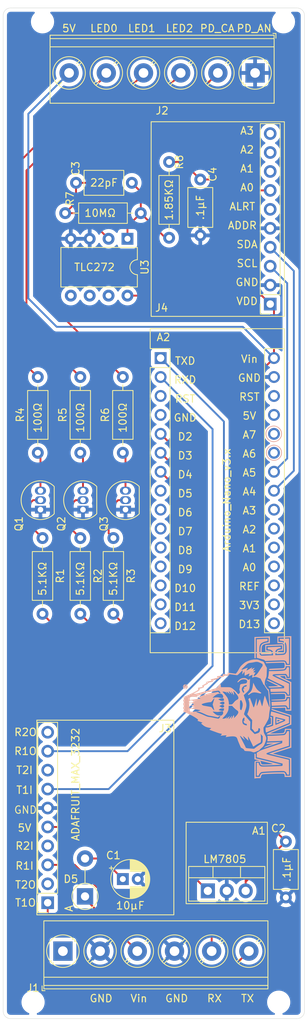
<source format=kicad_pcb>
(kicad_pcb (version 20211014) (generator pcbnew)
  (layers (0 "F.Cu" signal) (31 "B.Cu" signal) (34 "B.Paste" user) (35 "F.Paste" user) (36 "B.SilkS" user "B.Silkscreen") (37 "F.SilkS" user "F.Silkscreen") (38 "B.Mask" user) (39 "F.Mask" user) (44 "Edge.Cuts" user))
  (net 0 "")
  (net 2 "GND")
  (net 3 "/Vin")
  (net 4 "/Rx")
  (net 5 "/Tx")
  (net 6 "Net-(J2-Pad2)")
  (net 7 "Net-(J2-Pad3)")
  (net 8 "/LED1")
  (net 9 "/LED0")
  (net 10 "/5V")
  (net 11 "Net-(Q1-Pad2)")
  (net 12 "Net-(A2-Pad5)")
  (net 13 "Net-(Q2-Pad2)")
  (net 14 "Net-(A2-Pad6)")
  (net 15 "Net-(Q3-Pad2)")
  (net 16 "Net-(A2-Pad7)")
  (net 17 "Net-(Q1-Pad3)")
  (net 18 "Net-(Q2-Pad3)")
  (net 19 "Net-(Q3-Pad3)")
  (net 20 "Net-(C3-Pad2)")
  (net 21 "Net-(C4-Pad1)")
  (net 22 "Net-(A1-Pad1)")
  (net 23 "Net-(A2-Pad1)")
  (net 24 "Net-(A2-Pad2)")
  (net 42 "Net-(A2-Pad23)")
  (net 43 "Net-(A2-Pad24)")
  (footprint "Package_DIP:DIP-8_W7.62mm" (layer "F.Cu") (at 45.71 75.448 -90)
    (fp_text reference "U3" (at 3.81 -2.33 90) (layer "F.SilkS"))
    (fp_text value "TLC272" (at 3.81 4.435) (layer "F.SilkS"))
    (pad "1" thru_hole rect (at 0 0 270) (size 1.6 1.6) (drill 0.8) (layers *.Cu *.Mask) (net 20 "Net-(C3-Pad2)"))
    (pad "2" thru_hole oval (at 0 2.54 270) (size 1.6 1.6) (drill 0.8) (layers *.Cu *.Mask) (net 6 "Net-(J2-Pad2)"))
    (pad "3" thru_hole oval (at 0 5.08 270) (size 1.6 1.6) (drill 0.8) (layers *.Cu *.Mask) (net 2 "GND"))
    (pad "4" thru_hole oval (at 0 7.62 270) (size 1.6 1.6) (drill 0.8) (layers *.Cu *.Mask) (net 2 "GND"))
    (pad "5" thru_hole oval (at 7.62 7.62 270) (size 1.6 1.6) (drill 0.8) (layers *.Cu *.Mask))
    (pad "6" thru_hole oval (at 7.62 5.08 270) (size 1.6 1.6) (drill 0.8) (layers *.Cu *.Mask))
    (pad "7" thru_hole oval (at 7.62 2.54 270) (size 1.6 1.6) (drill 0.8) (layers *.Cu *.Mask))
    (pad "8" thru_hole oval (at 7.62 0 270) (size 1.6 1.6) (drill 0.8) (layers *.Cu *.Mask) (net 10 "/5V"))
  )
  (footprint "Connector_PinSocket_2.54mm:PinSocket_1x10_P2.54mm_Vertical" (layer "F.Cu") (at 34.985 164.465 180)
    (fp_text reference "J3" (at -15.815 23.368) (layer "F.SilkS"))
    (fp_text value "ADAFRUIT_MAX_3232" (at -3.75 15.875 90) (layer "F.SilkS"))
    (pad "1" thru_hole rect (at 0 0 180) (size 1.7 1.7) (drill 1) (layers *.Cu *.Mask) (net 5 "/Tx"))
    (pad "2" thru_hole oval (at 0 2.54 180) (size 1.7 1.7) (drill 1) (layers *.Cu *.Mask))
    (pad "3" thru_hole oval (at 0 5.08 180) (size 1.7 1.7) (drill 1) (layers *.Cu *.Mask) (net 4 "/Rx"))
    (pad "4" thru_hole oval (at 0 7.62 180) (size 1.7 1.7) (drill 1) (layers *.Cu *.Mask))
    (pad "5" thru_hole oval (at 0 10.16 180) (size 1.7 1.7) (drill 1) (layers *.Cu *.Mask) (net 10 "/5V"))
    (pad "6" thru_hole oval (at 0 12.7 180) (size 1.7 1.7) (drill 1) (layers *.Cu *.Mask) (net 2 "GND"))
    (pad "7" thru_hole oval (at 0 15.24 180) (size 1.7 1.7) (drill 1) (layers *.Cu *.Mask) (net 23 "Net-(A2-Pad1)"))
    (pad "8" thru_hole oval (at 0 17.78 180) (size 1.7 1.7) (drill 1) (layers *.Cu *.Mask))
    (pad "9" thru_hole oval (at 0 20.32 180) (size 1.7 1.7) (drill 1) (layers *.Cu *.Mask) (net 24 "Net-(A2-Pad2)"))
    (pad "10" thru_hole oval (at 0 22.86 180) (size 1.7 1.7) (drill 1) (layers *.Cu *.Mask))
  )
  (footprint "Package_TO_SOT_THT:TO-220-3_Vertical" (layer "F.Cu") (at 56.515 162.87)
    (fp_text reference "A1" (at 6.858 -8.057) (layer "F.SilkS"))
    (fp_text value "LM7805" (at 2.286 -4.247) (layer "F.SilkS"))
    (pad "1" thru_hole rect (at 0 0) (size 1.905 2) (drill 1.1) (layers *.Cu *.Mask) (net 22 "Net-(A1-Pad1)"))
    (pad "2" thru_hole oval (at 2.54 0) (size 1.905 2) (drill 1.1) (layers *.Cu *.Mask) (net 2 "GND"))
    (pad "3" thru_hole oval (at 5.08 0) (size 1.905 2) (drill 1.1) (layers *.Cu *.Mask) (net 10 "/5V"))
  )
  (footprint "Resistor_THT:R_Axial_DIN0207_L6.3mm_D2.5mm_P10.16mm_Horizontal" (layer "F.Cu") (at 34.29 115.57 -90)
    (fp_text reference "R1" (at 5.08 -2.37 90) (layer "F.SilkS"))
    (fp_text value "5.1KΩ " (at 5.08 0 90) (layer "F.SilkS"))
    (pad "1" thru_hole circle (at 0 0 270) (size 1.6 1.6) (drill 0.8) (layers *.Cu *.Mask) (net 11 "Net-(Q1-Pad2)"))
    (pad "2" thru_hole oval (at 10.16 0 270) (size 1.6 1.6) (drill 0.8) (layers *.Cu *.Mask) (net 12 "Net-(A2-Pad5)"))
  )
  (footprint "Resistor_THT:R_Axial_DIN0207_L6.3mm_D2.5mm_P10.16mm_Horizontal" (layer "F.Cu") (at 43.815 115.57 -90)
    (fp_text reference "R3" (at 5.08 -2.37 90) (layer "F.SilkS"))
    (fp_text value "5.1KΩ " (at 5.08 0 90) (layer "F.SilkS"))
    (pad "1" thru_hole circle (at 0 0 270) (size 1.6 1.6) (drill 0.8) (layers *.Cu *.Mask) (net 15 "Net-(Q3-Pad2)"))
    (pad "2" thru_hole oval (at 10.16 0 270) (size 1.6 1.6) (drill 0.8) (layers *.Cu *.Mask) (net 16 "Net-(A2-Pad7)"))
  )
  (footprint "" (layer "F.Cu") (at 66.04 177.8)
    (fp_text reference "" (at 0 0) (layer "F.SilkS") (effects (font (size 1.27 1.27))))
    (fp_text value "" (at 0 0) (layer "F.SilkS") (effects (font (size 1.27 1.27))))
    (pad "" np_thru_hole circle (at 0 0) (size 2.1 2.1) (drill 2.1) (layers *.Cu *.Mask))
  )
  (footprint "Resistor_THT:R_Axial_DIN0207_L6.3mm_D2.5mm_P10.16mm_Horizontal" (layer "F.Cu") (at 47.498 72.009 180)
    (fp_text reference "R7" (at 9.515 1.915 90) (layer "F.SilkS"))
    (fp_text value "10MΩ " (at 5.08 0.01) (layer "F.SilkS"))
    (pad "1" thru_hole circle (at 0 0 180) (size 1.6 1.6) (drill 0.8) (layers *.Cu *.Mask) (net 20 "Net-(C3-Pad2)"))
    (pad "2" thru_hole oval (at 10.16 0 180) (size 1.6 1.6) (drill 0.8) (layers *.Cu *.Mask) (net 6 "Net-(J2-Pad2)"))
  )
  (footprint "Resistor_THT:R_Axial_DIN0207_L6.3mm_D2.5mm_P10.16mm_Horizontal" (layer "F.Cu") (at 51.308 75.311 90)
    (fp_text reference "R8" (at 10.15 1.37 90) (layer "F.SilkS"))
    (fp_text value "1.85KΩ" (at 5.07 -0.01 90) (layer "F.SilkS"))
    (pad "1" thru_hole circle (at 0 0 90) (size 1.6 1.6) (drill 0.8) (layers *.Cu *.Mask) (net 20 "Net-(C3-Pad2)"))
    (pad "2" thru_hole oval (at 10.16 0 90) (size 1.6 1.6) (drill 0.8) (layers *.Cu *.Mask) (net 21 "Net-(C4-Pad1)"))
  )
  (footprint "Capacitor_THT:C_Axial_L5.1mm_D3.1mm_P7.50mm_Horizontal" (layer "F.Cu") (at 38.795 67.945)
    (fp_text reference "C3" (at -0.05 -1.915 90) (layer "F.SilkS"))
    (fp_text value "22pF" (at 3.75 -0.01) (layer "F.SilkS"))
    (pad "1" thru_hole circle (at 0 0) (size 1.6 1.6) (drill 0.8) (layers *.Cu *.Mask) (net 6 "Net-(J2-Pad2)"))
    (pad "2" thru_hole oval (at 7.5 0) (size 1.6 1.6) (drill 0.8) (layers *.Cu *.Mask) (net 20 "Net-(C3-Pad2)"))
  )
  (footprint "Capacitor_THT:CP_Radial_D5.0mm_P2.00mm" (layer "F.Cu") (at 45.085 161.29)
    (fp_text reference "C1" (at -1.27 -3.175) (layer "F.SilkS"))
    (fp_text value "10µF" (at 1 3.556) (layer "F.SilkS"))
    (pad "1" thru_hole rect (at 0 0) (size 1.6 1.6) (drill 0.8) (layers *.Cu *.Mask) (net 22 "Net-(A1-Pad1)"))
    (pad "2" thru_hole circle (at 2 0) (size 1.6 1.6) (drill 0.8) (layers *.Cu *.Mask) (net 2 "GND"))
  )
  (footprint "Resistor_THT:R_Axial_DIN0207_L6.3mm_D2.5mm_P10.16mm_Horizontal" (layer "F.Cu") (at 45.085 104.14 90)
    (fp_text reference "R6" (at 5.08 -2.37 90) (layer "F.SilkS"))
    (fp_text value "100Ω " (at 5.08 0 90) (layer "F.SilkS"))
    (pad "1" thru_hole circle (at 0 0 90) (size 1.6 1.6) (drill 0.8) (layers *.Cu *.Mask) (net 19 "Net-(Q3-Pad3)"))
    (pad "2" thru_hole oval (at 10.16 0 90) (size 1.6 1.6) (drill 0.8) (layers *.Cu *.Mask) (net 7 "Net-(J2-Pad3)"))
  )
  (footprint "" (layer "F.Cu") (at 66.675 46.355)
    (fp_text reference "" (at 0 0) (layer "F.SilkS") (effects (font (size 1.27 1.27))))
    (fp_text value "" (at 0 0) (layer "F.SilkS") (effects (font (size 1.27 1.27))))
    (pad "" np_thru_hole circle (at 0 0) (size 2.1 2.1) (drill 2.1) (layers *.Cu *.Mask))
  )
  (footprint "Package_TO_SOT_THT:TO-92_Inline" (layer "F.Cu") (at 34.015 111.76 90)
    (fp_text reference "Q1" (at -1.905 -2.9 90) (layer "F.SilkS"))
    (fp_text value "2N3904")
    (pad "1" thru_hole rect (at 0 0 90) (size 1.05 1.5) (drill 0.75) (layers *.Cu *.Mask) (net 2 "GND"))
    (pad "2" thru_hole oval (at 1.27 0 90) (size 1.05 1.5) (drill 0.75) (layers *.Cu *.Mask) (net 11 "Net-(Q1-Pad2)"))
    (pad "3" thru_hole oval (at 2.54 0 90) (size 1.05 1.5) (drill 0.75) (layers *.Cu *.Mask) (net 17 "Net-(Q1-Pad3)"))
  )
  (footprint "" (layer "F.Cu") (at 33.02 177.8)
    (fp_text reference "" (at 0 0) (layer "F.SilkS") (effects (font (size 1.27 1.27))))
    (fp_text value "" (at 0 0) (layer "F.SilkS") (effects (font (size 1.27 1.27))))
    (pad "" np_thru_hole circle (at 0 0) (size 2.1 2.1) (drill 2.1) (layers *.Cu *.Mask))
  )
  (footprint "Resistor_THT:R_Axial_DIN0207_L6.3mm_D2.5mm_P10.16mm_Horizontal" (layer "F.Cu") (at 39.37 104.14 90)
    (fp_text reference "R5" (at 5.08 -2.37 90) (layer "F.SilkS"))
    (fp_text value "100Ω " (at 5.08 0 90) (layer "F.SilkS"))
    (pad "1" thru_hole circle (at 0 0 90) (size 1.6 1.6) (drill 0.8) (layers *.Cu *.Mask) (net 18 "Net-(Q2-Pad3)"))
    (pad "2" thru_hole oval (at 10.16 0 90) (size 1.6 1.6) (drill 0.8) (layers *.Cu *.Mask) (net 8 "/LED1"))
  )
  (footprint "Diode_THT:D_DO-41_SOD81_P5.08mm_Vertical_AnodeUp" (layer "F.Cu") (at 40.005 163.612183 90)
    (fp_text reference "D5" (at 2.322183 -1.905) (layer "F.SilkS"))
    (fp_text value "DIODE")
    (fp_text user "A" (at -1.614817 -2.159 90) (layer "F.SilkS"))
    (pad "1" thru_hole rect (at 0 0 90) (size 2.2 2.2) (drill 1.1) (layers *.Cu *.Mask) (net 3 "/Vin"))
    (pad "2" thru_hole oval (at 5.08 0 90) (size 2.2 2.2) (drill 1.1) (layers *.Cu *.Mask) (net 22 "Net-(A1-Pad1)"))
  )
  (footprint "Package_TO_SOT_THT:TO-92_Inline" (layer "F.Cu") (at 45.445 111.76 90)
    (fp_text reference "Q3" (at -1.905 -2.9 90) (layer "F.SilkS"))
    (fp_text value "2N3904")
    (pad "1" thru_hole rect (at 0 0 90) (size 1.05 1.5) (drill 0.75) (layers *.Cu *.Mask) (net 2 "GND"))
    (pad "2" thru_hole oval (at 1.27 0 90) (size 1.05 1.5) (drill 0.75) (layers *.Cu *.Mask) (net 15 "Net-(Q3-Pad2)"))
    (pad "3" thru_hole oval (at 2.54 0 90) (size 1.05 1.5) (drill 0.75) (layers *.Cu *.Mask) (net 19 "Net-(Q3-Pad3)"))
  )
  (footprint "Package_TO_SOT_THT:TO-92_Inline" (layer "F.Cu") (at 39.73 111.76 90)
    (fp_text reference "Q2" (at -1.905 -2.9 90) (layer "F.SilkS"))
    (fp_text value "2N3904")
    (pad "1" thru_hole rect (at 0 0 90) (size 1.05 1.5) (drill 0.75) (layers *.Cu *.Mask) (net 2 "GND"))
    (pad "2" thru_hole oval (at 1.27 0 90) (size 1.05 1.5) (drill 0.75) (layers *.Cu *.Mask) (net 13 "Net-(Q2-Pad2)"))
    (pad "3" thru_hole oval (at 2.54 0 90) (size 1.05 1.5) (drill 0.75) (layers *.Cu *.Mask) (net 18 "Net-(Q2-Pad3)"))
  )
  (footprint "Resistor_THT:R_Axial_DIN0207_L6.3mm_D2.5mm_P10.16mm_Horizontal" (layer "F.Cu") (at 39.37 115.57 -90)
    (fp_text reference "R2" (at 5.08 -2.37 90) (layer "F.SilkS"))
    (fp_text value "5.1KΩ " (at 5.08 0 90) (layer "F.SilkS"))
    (pad "1" thru_hole circle (at 0 0 270) (size 1.6 1.6) (drill 0.8) (layers *.Cu *.Mask) (net 13 "Net-(Q2-Pad2)"))
    (pad "2" thru_hole oval (at 10.16 0 270) (size 1.6 1.6) (drill 0.8) (layers *.Cu *.Mask) (net 14 "Net-(A2-Pad6)"))
  )
  (footprint "Resistor_THT:R_Axial_DIN0207_L6.3mm_D2.5mm_P10.16mm_Horizontal" (layer "F.Cu") (at 33.655 104.14 90)
    (fp_text reference "R4" (at 5.08 -2.37 90) (layer "F.SilkS"))
    (fp_text value "100Ω " (at 5.08 0 90) (layer "F.SilkS"))
    (pad "1" thru_hole circle (at 0 0 90) (size 1.6 1.6) (drill 0.8) (layers *.Cu *.Mask) (net 17 "Net-(Q1-Pad3)"))
    (pad "2" thru_hole oval (at 10.16 0 90) (size 1.6 1.6) (drill 0.8) (layers *.Cu *.Mask) (net 9 "/LED0"))
  )
  (footprint "Connector_PinSocket_2.54mm:PinSocket_1x10_P2.54mm_Vertical" (layer "F.Cu") (at 64.897 84.201 180)
    (fp_text reference "J4" (at 14.605 -0.508) (layer "F.SilkS"))
    (fp_text value "ADS1115")
    (pad "1" thru_hole rect (at 0 0 180) (size 1.7 1.7) (drill 1) (layers *.Cu *.Mask) (net 10 "/5V"))
    (pad "2" thru_hole oval (at 0 2.54 180) (size 1.7 1.7) (drill 1) (layers *.Cu *.Mask) (net 2 "GND"))
    (pad "3" thru_hole oval (at 0 5.08 180) (size 1.7 1.7) (drill 1) (layers *.Cu *.Mask) (net 43 "Net-(A2-Pad24)"))
    (pad "4" thru_hole oval (at 0 7.62 180) (size 1.7 1.7) (drill 1) (layers *.Cu *.Mask) (net 42 "Net-(A2-Pad23)"))
    (pad "5" thru_hole oval (at 0 10.16 180) (size 1.7 1.7) (drill 1) (layers *.Cu *.Mask) (net 2 "GND"))
    (pad "6" thru_hole oval (at 0 12.7 180) (size 1.7 1.7) (drill 1) (layers *.Cu *.Mask))
    (pad "7" thru_hole oval (at 0 15.24 180) (size 1.7 1.7) (drill 1) (layers *.Cu *.Mask) (net 21 "Net-(C4-Pad1)"))
    (pad "8" thru_hole oval (at 0 17.78 180) (size 1.7 1.7) (drill 1) (layers *.Cu *.Mask))
    (pad "9" thru_hole oval (at 0 20.32 180) (size 1.7 1.7) (drill 1) (layers *.Cu *.Mask))
    (pad "10" thru_hole oval (at 0 22.86 180) (size 1.7 1.7) (drill 1) (layers *.Cu *.Mask))
  )
  (footprint "Capacitor_THT:C_Axial_L5.1mm_D3.1mm_P7.50mm_Horizontal" (layer "F.Cu") (at 67 163.75 90)
    (fp_text reference "C2" (at 9.25 -1 180) (layer "F.SilkS"))
    (fp_text value ".1µF" (at 3.75 0.127 90) (layer "F.SilkS"))
    (pad "1" thru_hole circle (at 0 0 90) (size 1.6 1.6) (drill 0.8) (layers *.Cu *.Mask) (net 2 "GND"))
    (pad "2" thru_hole oval (at 7.5 0 90) (size 1.6 1.6) (drill 0.8) (layers *.Cu *.Mask) (net 10 "/5V"))
  )
  (footprint "Module:Arduino_Nano" (layer "F.Cu") (at 50.165 91.44)
    (fp_text reference "A2" (at 0.381 -2.794) (layer "F.SilkS"))
    (fp_text value "Arduino_Nano_v3.x" (at 8.89 19.05 90) (layer "F.SilkS"))
    (pad "1" thru_hole rect (at 0 0) (size 1.6 1.6) (drill 1) (layers *.Cu *.Mask) (net 23 "Net-(A2-Pad1)"))
    (pad "2" thru_hole oval (at 0 2.54) (size 1.6 1.6) (drill 1) (layers *.Cu *.Mask) (net 24 "Net-(A2-Pad2)"))
    (pad "3" thru_hole oval (at 0 5.08) (size 1.6 1.6) (drill 1) (layers *.Cu *.Mask))
    (pad "4" thru_hole oval (at 0 7.62) (size 1.6 1.6) (drill 1) (layers *.Cu *.Mask))
    (pad "5" thru_hole oval (at 0 10.16) (size 1.6 1.6) (drill 1) (layers *.Cu *.Mask) (net 12 "Net-(A2-Pad5)"))
    (pad "6" thru_hole oval (at 0 12.7) (size 1.6 1.6) (drill 1) (layers *.Cu *.Mask) (net 14 "Net-(A2-Pad6)"))
    (pad "7" thru_hole oval (at 0 15.24) (size 1.6 1.6) (drill 1) (layers *.Cu *.Mask) (net 16 "Net-(A2-Pad7)"))
    (pad "8" thru_hole oval (at 0 17.78) (size 1.6 1.6) (drill 1) (layers *.Cu *.Mask))
    (pad "9" thru_hole oval (at 0 20.32) (size 1.6 1.6) (drill 1) (layers *.Cu *.Mask))
    (pad "10" thru_hole oval (at 0 22.86) (size 1.6 1.6) (drill 1) (layers *.Cu *.Mask))
    (pad "11" thru_hole oval (at 0 25.4) (size 1.6 1.6) (drill 1) (layers *.Cu *.Mask))
    (pad "12" thru_hole oval (at 0 27.94) (size 1.6 1.6) (drill 1) (layers *.Cu *.Mask))
    (pad "13" thru_hole oval (at 0 30.48) (size 1.6 1.6) (drill 1) (layers *.Cu *.Mask))
    (pad "14" thru_hole oval (at 0 33.02) (size 1.6 1.6) (drill 1) (layers *.Cu *.Mask))
    (pad "15" thru_hole oval (at 0 35.56) (size 1.6 1.6) (drill 1) (layers *.Cu *.Mask))
    (pad "16" thru_hole oval (at 15.24 35.56) (size 1.6 1.6) (drill 1) (layers *.Cu *.Mask))
    (pad "17" thru_hole oval (at 15.24 33.02) (size 1.6 1.6) (drill 1) (layers *.Cu *.Mask))
    (pad "18" thru_hole oval (at 15.24 30.48) (size 1.6 1.6) (drill 1) (layers *.Cu *.Mask))
    (pad "19" thru_hole oval (at 15.24 27.94) (size 1.6 1.6) (drill 1) (layers *.Cu *.Mask))
    (pad "20" thru_hole oval (at 15.24 25.4) (size 1.6 1.6) (drill 1) (layers *.Cu *.Mask))
    (pad "21" thru_hole oval (at 15.24 22.86) (size 1.6 1.6) (drill 1) (layers *.Cu *.Mask))
    (pad "22" thru_hole oval (at 15.24 20.32) (size 1.6 1.6) (drill 1) (layers *.Cu *.Mask))
    (pad "23" thru_hole oval (at 15.24 17.78) (size 1.6 1.6) (drill 1) (layers *.Cu *.Mask) (net 42 "Net-(A2-Pad23)"))
    (pad "24" thru_hole oval (at 15.24 15.24) (size 1.6 1.6) (drill 1) (layers *.Cu *.Mask) (net 43 "Net-(A2-Pad24)"))
    (pad "25" thru_hole oval (at 15.24 12.7) (size 1.6 1.6) (drill 1) (layers *.Cu *.Mask))
    (pad "26" thru_hole oval (at 15.24 10.16) (size 1.6 1.6) (drill 1) (layers *.Cu *.Mask))
    (pad "27" thru_hole oval (at 15.24 7.62) (size 1.6 1.6) (drill 1) (layers *.Cu *.Mask))
    (pad "28" thru_hole oval (at 15.24 5.08) (size 1.6 1.6) (drill 1) (layers *.Cu *.Mask))
    (pad "29" thru_hole oval (at 15.24 2.54) (size 1.6 1.6) (drill 1) (layers *.Cu *.Mask) (net 2 "GND"))
    (pad "30" thru_hole oval (at 15.24 0) (size 1.6 1.6) (drill 1) (layers *.Cu *.Mask) (net 10 "/5V"))
  )
  (footprint "TerminalBlock_Phoenix:TerminalBlock_Phoenix_PT-1,5-6-5.0-H_1x06_P5.00mm_Horizontal" (layer "F.Cu") (at 37.03 170.95)
    (fp_text reference "J1" (at -4.01 4.945) (layer "F.SilkS"))
    (fp_text value "Screw_Terminal_01x06")
    (pad "1" thru_hole rect (at 0 0) (size 2.6 2.6) (drill 1.3) (layers *.Cu *.Mask))
    (pad "2" thru_hole circle (at 5 0) (size 2.6 2.6) (drill 1.3) (layers *.Cu *.Mask) (net 2 "GND"))
    (pad "3" thru_hole circle (at 10 0) (size 2.6 2.6) (drill 1.3) (layers *.Cu *.Mask) (net 3 "/Vin"))
    (pad "4" thru_hole circle (at 15 0) (size 2.6 2.6) (drill 1.3) (layers *.Cu *.Mask) (net 2 "GND"))
    (pad "5" thru_hole circle (at 20 0) (size 2.6 2.6) (drill 1.3) (layers *.Cu *.Mask) (net 4 "/Rx"))
    (pad "6" thru_hole circle (at 25 0) (size 2.6 2.6) (drill 1.3) (layers *.Cu *.Mask) (net 5 "/Tx"))
  )
  (footprint "Capacitor_THT:C_Axial_L5.1mm_D3.1mm_P7.50mm_Horizontal" (layer "F.Cu") (at 55.499 67.497 -90)
    (fp_text reference "C4" (at -0.695 -1.67 90) (layer "F.SilkS"))
    (fp_text value ".1µF" (at 3.75 0 90) (layer "F.SilkS"))
    (pad "1" thru_hole circle (at 0 0 270) (size 1.6 1.6) (drill 0.8) (layers *.Cu *.Mask) (net 21 "Net-(C4-Pad1)"))
    (pad "2" thru_hole oval (at 7.5 0 270) (size 1.6 1.6) (drill 0.8) (layers *.Cu *.Mask) (net 2 "GND"))
  )
  (footprint "" (layer "F.Cu") (at 34.29 46.355)
    (fp_text reference "" (at 0 0) (layer "F.SilkS") (effects (font (size 1.27 1.27))))
    (fp_text value "" (at 0 0) (layer "F.SilkS") (effects (font (size 1.27 1.27))))
    (pad "" np_thru_hole circle (at 0 0) (size 2.1 2.1) (drill 2.1) (layers *.Cu *.Mask))
  )
  (footprint "TerminalBlock_Phoenix:TerminalBlock_Phoenix_PT-1,5-6-5.0-H_1x06_P5.00mm_Horizontal" (layer "F.Cu") (at 62.865 53.213 180)
    (fp_text reference "J2" (at 12.5 -5.06) (layer "F.SilkS"))
    (fp_text value "Screw_Terminal_01x06")
    (pad "1" thru_hole rect (at 0 0 180) (size 2.6 2.6) (drill 1.3) (layers *.Cu *.Mask) (net 2 "GND"))
    (pad "2" thru_hole circle (at 5 0 180) (size 2.6 2.6) (drill 1.3) (layers *.Cu *.Mask) (net 6 "Net-(J2-Pad2)"))
    (pad "3" thru_hole circle (at 10 0 180) (size 2.6 2.6) (drill 1.3) (layers *.Cu *.Mask) (net 7 "Net-(J2-Pad3)"))
    (pad "4" thru_hole circle (at 15 0 180) (size 2.6 2.6) (drill 1.3) (layers *.Cu *.Mask) (net 8 "/LED1"))
    (pad "5" thru_hole circle (at 20 0 180) (size 2.6 2.6) (drill 1.3) (layers *.Cu *.Mask) (net 9 "/LED0"))
    (pad "6" thru_hole circle (at 25 0 180) (size 2.6 2.6) (drill 1.3) (layers *.Cu *.Mask) (net 10 "/5V"))
  )
  (footprint "footprints:Untitled" (layer "B.Cu") (at 60.452 138.303 90)
    (fp_text reference "G***")
    (fp_text value "LOGO" hide)
  )
  (gr_circle (center 65.405 104.132967) (end 66.421 104.14) (layer "B.SilkS") (width 0.12) (fill none))
  (gr_circle (center 65.373732 101.6) (end 66.389732 101.346) (layer "B.SilkS") (width 0.12) (fill none))
  (gr_rect (start 51.943 166.0825) (end 33.528 139.9875) (layer "F.SilkS") (width 0.12) (fill none))
  (gr_rect (start 53.594 164.592) (end 64.516 153.67) (layer "F.SilkS") (width 0.12) (fill none))
  (gr_rect (start 48.895 85.852) (end 66.802 59.757) (layer "F.SilkS") (width 0.12) (fill none))
  (gr_arc (start 29 45.5) (mid 29.292893 44.792893) (end 30 44.5) (layer "Edge.Cuts") (width 0.05))
  (gr_line (start 68.5 44.5) (end 30 44.5) (layer "Edge.Cuts") (width 0.05))
  (gr_line (start 69.5 179) (end 69.5 45.5) (layer "Edge.Cuts") (width 0.05))
  (gr_arc (start 68.5 44.5) (mid 69.207107 44.792893) (end 69.5 45.5) (layer "Edge.Cuts") (width 0.05))
  (gr_line (start 29 45.5) (end 29 179) (layer "Edge.Cuts") (width 0.05))
  (gr_arc (start 30 180) (mid 29.292893 179.707107) (end 29 179) (layer "Edge.Cuts") (width 0.05))
  (gr_arc (start 69.5 179) (mid 69.207107 179.707107) (end 68.5 180) (layer "Edge.Cuts") (width 0.05))
  (gr_line (start 30 180) (end 68.5 180) (layer "Edge.Cuts") (width 0.05))
  (gr_text "ADDR" (at 61.150496 73.66) (layer "F.SilkS") (effects (font (size 1 1))))
  (gr_text "TX" (at 61.849 177.292) (layer "F.SilkS") (effects (font (size 1 1))))
  (gr_text "D8" (at 53.467 117.221) (layer "F.SilkS") (effects (font (size 1 1))))
  (gr_text "TXD" (at 53.467 91.821) (layer "F.SilkS") (effects (font (size 1 1))))
  (gr_text "SDA" (at 61.785496 76.2) (layer "F.SilkS") (effects (font (size 1 1))))
  (gr_text "D5" (at 53.467 109.601) (layer "F.SilkS") (effects (font (size 1 1))))
  (gr_text "A1" (at 62.103 116.967) (layer "F.SilkS") (effects (font (size 1 1))))
  (gr_text "D7" (at 53.467 114.681) (layer "F.SilkS") (effects (font (size 1 1))))
  (gr_text "LED0" (at 42.545 47.244) (layer "F.SilkS") (effects (font (size 1 1))))
  (gr_text "A5" (at 62.103 106.807) (layer "F.SilkS") (effects (font (size 1 1))))
  (gr_text "A0" (at 62.103 119.507) (layer "F.SilkS") (effects (font (size 1 1))))
  (gr_text "A7" (at 62.103 101.727) (layer "F.SilkS") (effects (font (size 1 1))))
  (gr_text "LED2" (at 52.705 47.244) (layer "F.SilkS") (effects (font (size 1 1))))
  (gr_text "GND" (at 52.324 177.292) (layer "F.SilkS") (effects (font (size 1 1))))
  (gr_text "R1O" (at 32.004 144.145) (layer "F.SilkS") (effects (font (size 1 1))))
  (gr_text "A2" (at 61.785496 63.5) (layer "F.SilkS") (effects (font (size 1 1))))
  (gr_text "VDD" (at 61.785496 83.82) (layer "F.SilkS") (effects (font (size 1 1))))
  (gr_text "RX" (at 57.404 177.292) (layer "F.SilkS") (effects (font (size 1 1))))
  (gr_text "GND" (at 61.785496 81.28) (layer "F.SilkS") (effects (font (size 1 1))))
  (gr_text "A6" (at 62.103 104.267) (layer "F.SilkS") (effects (font (size 1 1))))
  (gr_text "PD_AN" (at 62.738 47.244) (layer "F.SilkS") (effects (font (size 1 1))))
  (gr_text "5V" (at 31.877 154.432) (layer "F.SilkS") (effects (font (size 1 1))))
  (gr_text "GND" (at 42.164 177.292) (layer "F.SilkS") (effects (font (size 1 1))))
  (gr_text "R1I" (at 31.877 159.512) (layer "F.SilkS") (effects (font (size 1 1))))
  (gr_text "GND" (at 53.467 99.441) (layer "F.SilkS") (effects (font (size 1 1))))
  (gr_text "5V" (at 37.846 47.244) (layer "F.SilkS") (effects (font (size 1 1))))
  (gr_text "Vin" (at 62.103 91.567) (layer "F.SilkS") (effects (font (size 1 1))))
  (gr_text "A0" (at 61.785496 68.58) (layer "F.SilkS") (effects (font (size 1 1))))
  (gr_text "D3" (at 53.467 104.521) (layer "F.SilkS") (effects (font (size 1 1))))
  (gr_text "A3" (at 62.103 111.887) (layer "F.SilkS") (effects (font (size 1 1))))
  (gr_text "R2O" (at 32.004 141.605) (layer "F.SilkS") (effects (font (size 1 1))))
  (gr_text "D12" (at 53.467 127.381) (layer "F.SilkS") (effects (font (size 1 1))))
  (gr_text "GND" (at 32.004 152.019) (layer "F.SilkS") (effects (font (size 1 1) (thickness 0.13))))
  (gr_text "GND" (at 62.103 94.107) (layer "F.SilkS") (effects (font (size 1 1))))
  (gr_text "A4" (at 62.103 109.347) (layer "F.SilkS") (effects (font (size 1 1))))
  (gr_text "D11" (at 53.467 124.841) (layer "F.SilkS") (effects (font (size 1 1))))
  (gr_text "RST" (at 53.467 96.901) (layer "F.SilkS") (effects (font (size 1 1))))
  (gr_text "PD_CA" (at 57.785 47.244) (layer "F.SilkS") (effects (font (size 1 1))))
  (gr_text "T2O" (at 32.004 162.052) (layer "F.SilkS") (effects (font (size 1 1))))
  (gr_text "T1I" (at 31.877 149.352) (layer "F.SilkS") (effects (font (size 1 1))))
  (gr_text "D2" (at 53.467 101.981) (layer "F.SilkS") (effects (font (size 1 1))))
  (gr_text "3V3" (at 62.103 124.587) (layer "F.SilkS") (effects (font (size 1 1))))
  (gr_text "RXD\n" (at 53.467 94.361) (layer "F.SilkS") (effects (font (size 1 1))))
  (gr_text "LED1" (at 47.625 47.244) (layer "F.SilkS") (effects (font (size 1 1))))
  (gr_text "SCL\n" (at 61.785496 78.74) (layer "F.SilkS") (effects (font (size 1 1))))
  (gr_text "RST" (at 62.103 96.647) (layer "F.SilkS") (effects (font (size 1 1))))
  (gr_text "ALRT\n" (at 61.150496 71.12) (layer "F.SilkS") (effects (font (size 1 1))))
  (gr_text "D6" (at 53.467 112.141) (layer "F.SilkS") (effects (font (size 1 1))))
  (gr_text "D4" (at 53.467 107.061) (layer "F.SilkS") (effects (font (size 1 1))))
  (gr_text "A3" (at 61.785496 60.96) (layer "F.SilkS") (effects (font (size 1 1))))
  (gr_text "REF" (at 62.103 122.047) (layer "F.SilkS") (effects (font (size 1 1))))
  (gr_text "D13" (at 62.103 127.127) (layer "F.SilkS") (effects (font (size 1 1))))
  (gr_text "D9" (at 53.467 119.761) (layer "F.SilkS") (effects (font (size 1 1))))
  (gr_text "5V" (at 62.103 99.187) (layer "F.SilkS") (effects (font (size 1 1))))
  (gr_text "Vin" (at 47.244 177.292) (layer "F.SilkS") (effects (font (size 1 1))))
  (gr_text "D10" (at 53.467 122.301) (layer "F.SilkS") (effects (font (size 1 1))))
  (gr_text "A2" (at 62.103 114.427) (layer "F.SilkS") (effects (font (size 1 1))))
  (gr_text "R2I" (at 31.877 156.845) (layer "F.SilkS") (effects (font (size 1 1))))
  (gr_text "T2I" (at 31.877 146.685) (layer "F.SilkS") (effects (font (size 1 1))))
  (gr_text "T1O" (at 32.004 164.465) (layer "F.SilkS") (effects (font (size 1 1))))
  (gr_text "A1" (at 61.785496 66.04) (layer "F.SilkS") (effects (font (size 1 1))))
  (segment (start 59.055 163.925) (end 59.055 162.87) (width 0.25) (layer "B.Cu") (net 2))
  (segment (start 40.005 163.925) (end 40.005 163.612183) (width 0.25) (layer "F.Cu") (net 3))
  (segment (start 47.03 170.95) (end 40.005 163.925) (width 0.25) (layer "F.Cu") (net 3))
  (segment (start 47.516839 168.275) (end 56.515 168.275) (width 0.25) (layer "F.Cu") (net 4))
  (segment (start 56.515 168.275) (end 57.03 168.79) (width 0.25) (layer "F.Cu") (net 4))
  (segment (start 34.985 159.385) (end 38.626839 159.385) (width 0.25) (layer "F.Cu") (net 4))
  (segment (start 38.626839 159.385) (end 47.516839 168.275) (width 0.25) (layer "F.Cu") (net 4))
  (segment (start 57.03 168.79) (end 57.03 170.95) (width 0.25) (layer "F.Cu") (net 4))
  (segment (start 34.985 167.58) (end 34.29 168.275) (width 0.25) (layer "F.Cu") (net 5))
  (segment (start 34.985 164.465) (end 34.985 167.58) (width 0.25) (layer "F.Cu") (net 5))
  (segment (start 34.29 172.212) (end 36.068 173.99) (width 0.25) (layer "F.Cu") (net 5))
  (segment (start 34.29 168.275) (end 34.29 172.212) (width 0.25) (layer "F.Cu") (net 5))
  (segment (start 36.068 173.99) (end 58.99 173.99) (width 0.25) (layer "F.Cu") (net 5))
  (segment (start 58.99 173.99) (end 62.03 170.95) (width 0.25) (layer "F.Cu") (net 5))
  (segment (start 43.133 67.945) (end 38.795 67.945) (width 0.25) (layer "F.Cu") (net 6))
  (segment (start 57.865 53.213) (end 43.133 67.945) (width 0.25) (layer "F.Cu") (net 6))
  (segment (start 37.338 72.009) (end 39.731 72.009) (width 0.25) (layer "F.Cu") (net 6))
  (segment (start 39.731 72.009) (end 43.17 75.448) (width 0.25) (layer "F.Cu") (net 6))
  (segment (start 38.795 67.945) (end 38.795 70.552) (width 0.25) (layer "F.Cu") (net 6))
  (segment (start 38.795 70.552) (end 37.338 72.009) (width 0.25) (layer "F.Cu") (net 6))
  (segment (start 33.528 67.31) (end 33.528 82.423) (width 0.25) (layer "F.Cu") (net 7))
  (segment (start 48.547 57.658) (end 43.18 57.658) (width 0.25) (layer "F.Cu") (net 7))
  (segment (start 43.18 57.658) (end 33.528 67.31) (width 0.25) (layer "F.Cu") (net 7))
  (segment (start 52.865 53.34) (end 48.547 57.658) (width 0.25) (layer "F.Cu") (net 7))
  (segment (start 33.528 82.423) (end 45.085 93.98) (width 0.25) (layer "F.Cu") (net 7))
  (segment (start 32.131 86.741) (end 39.37 93.98) (width 0.25) (layer "F.Cu") (net 8))
  (segment (start 42.291 56.134) (end 32.131 66.294) (width 0.25) (layer "F.Cu") (net 8))
  (segment (start 45.071 56.134) (end 42.291 56.134) (width 0.25) (layer "F.Cu") (net 8))
  (segment (start 47.865 53.34) (end 45.071 56.134) (width 0.25) (layer "F.Cu") (net 8))
  (segment (start 32.131 66.294) (end 32.131 86.741) (width 0.25) (layer "F.Cu") (net 8))
  (segment (start 30.48 65.850217) (end 42.865 53.465217) (width 0.25) (layer "F.Cu") (net 9))
  (segment (start 33.655 93.98) (end 30.48 90.805) (width 0.25) (layer "F.Cu") (net 9))
  (segment (start 42.865 53.465217) (end 42.865 53.34) (width 0.25) (layer "F.Cu") (net 9))
  (segment (start 30.48 90.805) (end 30.48 65.850217) (width 0.25) (layer "F.Cu") (net 9))
  (segment (start 61.595 162.87) (end 61.595 158.623) (width 0.25) (layer "F.Cu") (net 10))
  (segment (start 65.405 91.44) (end 65.405 84.709) (width 0.25) (layer "F.Cu") (net 10))
  (segment (start 61.595 161.655) (end 67 156.25) (width 0.25) (layer "F.Cu") (net 10))
  (segment (start 62.738 151.988) (end 62.738 94.107) (width 0.25) (layer "F.Cu") (net 10))
  (segment (start 57.277 154.305) (end 34.985 154.305) (width 0.25) (layer "F.Cu") (net 10))
  (segment (start 63.764 83.068) (end 45.71 83.068) (width 0.25) (layer "F.Cu") (net 10))
  (segment (start 61.595 158.623) (end 57.277 154.305) (width 0.25) (layer "F.Cu") (net 10))
  (segment (start 62.738 94.107) (end 65.405 91.44) (width 0.25) (layer "F.Cu") (net 10))
  (segment (start 67 156.25) (end 62.738 151.988) (width 0.25) (layer "F.Cu") (net 10))
  (segment (start 64.897 84.201) (end 63.764 83.068) (width 0.25) (layer "F.Cu") (net 10))
  (segment (start 65.405 84.709) (end 64.897 84.201) (width 0.25) (layer "F.Cu") (net 10))
  (segment (start 61.595 162.87) (end 61.595 161.655) (width 0.25) (layer "F.Cu") (net 10))
  (segment (start 32.385 83.439) (end 36.195 87.249) (width 0.25) (layer "B.Cu") (net 10))
  (segment (start 36.195 87.249) (end 61.214 87.249) (width 0.25) (layer "B.Cu") (net 10))
  (segment (start 32.385 58.693) (end 32.385 83.439) (width 0.25) (layer "B.Cu") (net 10))
  (segment (start 61.214 87.249) (end 65.405 91.44) (width 0.25) (layer "B.Cu") (net 10))
  (segment (start 37.865 53.213) (end 32.385 58.693) (width 0.25) (layer "B.Cu") (net 10))
  (segment (start 32.385 111.125) (end 33.02 110.49) (width 0.25) (layer "F.Cu") (net 11))
  (segment (start 34.29 115.57) (end 32.385 113.665) (width 0.25) (layer "F.Cu") (net 11))
  (segment (start 32.385 113.665) (end 32.385 111.125) (width 0.25) (layer "F.Cu") (net 11))
  (segment (start 33.02 110.49) (end 34.015 110.49) (width 0.25) (layer "F.Cu") (net 11))
  (segment (start 54.991 130.048) (end 52.959 132.08) (width 0.25) (layer "F.Cu") (net 12))
  (segment (start 52.959 132.08) (end 40.64 132.08) (width 0.25) (layer "F.Cu") (net 12))
  (segment (start 54.991 106.426) (end 54.991 130.048) (width 0.25) (layer "F.Cu") (net 12))
  (segment (start 50.165 101.6) (end 54.991 106.426) (width 0.25) (layer "F.Cu") (net 12))
  (segment (start 40.64 132.08) (end 34.29 125.73) (width 0.25) (layer "F.Cu") (net 12))
  (segment (start 39.37 115.57) (end 38.1 114.3) (width 0.25) (layer "F.Cu") (net 13))
  (segment (start 38.73 110.49) (end 39.73 110.49) (width 0.25) (layer "F.Cu") (net 13))
  (segment (start 38.1 114.3) (end 38.1 111.12) (width 0.25) (layer "F.Cu") (net 13))
  (segment (start 38.1 111.12) (end 38.73 110.49) (width 0.25) (layer "F.Cu") (net 13))
  (segment (start 53.594 107.569) (end 53.594 129.159) (width 0.25) (layer "F.Cu") (net 14))
  (segment (start 53.594 129.159) (end 52.07 130.683) (width 0.25) (layer "F.Cu") (net 14))
  (segment (start 52.07 130.683) (end 44.323 130.683) (width 0.25) (layer "F.Cu") (net 14))
  (segment (start 44.323 130.683) (end 39.37 125.73) (width 0.25) (layer "F.Cu") (net 14))
  (segment (start 50.165 104.14) (end 53.594 107.569) (width 0.25) (layer "F.Cu") (net 14))
  (segment (start 43.18 111.755) (end 44.445 110.49) (width 0.25) (layer "F.Cu") (net 15))
  (segment (start 44.445 110.49) (end 45.445 110.49) (width 0.25) (layer "F.Cu") (net 15))
  (segment (start 43.18 114.935) (end 43.18 111.755) (width 0.25) (layer "F.Cu") (net 15))
  (segment (start 43.815 115.57) (end 43.18 114.935) (width 0.25) (layer "F.Cu") (net 15))
  (segment (start 52.07 127.888282) (end 50.926282 129.032) (width 0.25) (layer "F.Cu") (net 16))
  (segment (start 50.926282 129.032) (end 47.117 129.032) (width 0.25) (layer "F.Cu") (net 16))
  (segment (start 50.165 106.68) (end 52.07 108.585) (width 0.25) (layer "F.Cu") (net 16))
  (segment (start 52.07 108.585) (end 52.07 127.888282) (width 0.25) (layer "F.Cu") (net 16))
  (segment (start 47.117 129.032) (end 43.815 125.73) (width 0.25) (layer "F.Cu") (net 16))
  (segment (start 34.015 104.5) (end 33.655 104.14) (width 0.25) (layer "F.Cu") (net 17))
  (segment (start 34.015 109.22) (end 34.015 104.5) (width 0.25) (layer "F.Cu") (net 17))
  (segment (start 39.73 104.5) (end 39.37 104.14) (width 0.25) (layer "F.Cu") (net 18))
  (segment (start 39.73 109.22) (end 39.73 104.5) (width 0.25) (layer "F.Cu") (net 18))
  (segment (start 45.445 104.5) (end 45.085 104.14) (width 0.25) (layer "F.Cu") (net 19))
  (segment (start 45.445 109.22) (end 45.445 104.5) (width 0.25) (layer "F.Cu") (net 19))
  (segment (start 47.498 72.009) (end 47.498 69.148) (width 0.25) (layer "F.Cu") (net 20))
  (segment (start 47.498 72.009) (end 50.8 75.311) (width 0.25) (layer "F.Cu") (net 20))
  (segment (start 47.498 69.148) (end 46.295 67.945) (width 0.25) (layer "F.Cu") (net 20))
  (segment (start 45.71 75.448) (end 45.71 73.797) (width 0.25) (layer "F.Cu") (net 20))
  (segment (start 45.71 73.797) (end 47.498 72.009) (width 0.25) (layer "F.Cu") (net 20))
  (segment (start 50.8 75.311) (end 51.308 75.311) (width 0.25) (layer "F.Cu") (net 20))
  (segment (start 51.308 65.151) (end 53.153 65.151) (width 0.25) (layer "F.Cu") (net 21))
  (segment (start 53.153 65.151) (end 55.499 67.497) (width 0.25) (layer "F.Cu") (net 21))
  (segment (start 55.499 67.497) (end 58.353 67.497) (width 0.25) (layer "F.Cu") (net 21))
  (segment (start 59.817 68.961) (end 64.897 68.961) (width 0.25) (layer "F.Cu") (net 21))
  (segment (start 58.353 67.497) (end 59.817 68.961) (width 0.25) (layer "F.Cu") (net 21))
  (segment (start 42.327183 158.532183) (end 45.085 161.29) (width 0.25) (layer "F.Cu") (net 22))
  (segment (start 40.005 158.532183) (end 42.327183 158.532183) (width 0.25) (layer "F.Cu") (net 22))
  (segment (start 56.515 162.87) (end 52.177183 158.532183) (width 0.25) (layer "F.Cu") (net 22))
  (segment (start 52.177183 158.532183) (end 40.005 158.532183) (width 0.25) (layer "F.Cu") (net 22))
  (segment (start 58.674 133.731) (end 43.18 149.225) (width 0.25) (layer "B.Cu") (net 23))
  (segment (start 58.674 99.949) (end 58.674 133.731) (width 0.25) (layer "B.Cu") (net 23))
  (segment (start 43.18 149.225) (end 34.985 149.225) (width 0.25) (layer "B.Cu") (net 23))
  (segment (start 50.165 91.44) (end 58.674 99.949) (width 0.25) (layer "B.Cu") (net 23))
  (segment (start 57.15 132.715) (end 57.15 100.965) (width 0.25) (layer "B.Cu") (net 24))
  (segment (start 45.72 144.145) (end 57.15 132.715) (width 0.25) (layer "B.Cu") (net 24))
  (segment (start 34.985 144.145) (end 45.72 144.145) (width 0.25) (layer "B.Cu") (net 24))
  (segment (start 57.15 100.965) (end 50.165 93.98) (width 0.25) (layer "B.Cu") (net 24))
  (segment (start 68.072 79.756) (end 68.072 106.553) (width 0.25) (layer "B.Cu") (net 42))
  (segment (start 64.897 76.581) (end 68.072 79.756) (width 0.25) (layer "B.Cu") (net 42))
  (segment (start 68.072 106.553) (end 65.405 109.22) (width 0.25) (layer "B.Cu") (net 42))
  (segment (start 67.183 81.407) (end 67.183 104.902) (width 0.25) (layer "B.Cu") (net 43))
  (segment (start 64.897 79.121) (end 67.183 81.407) (width 0.25) (layer "B.Cu") (net 43))
  (segment (start 67.183 104.902) (end 65.405 106.68) (width 0.25) (layer "B.Cu") (net 43))
  (zone (net 2) (net_name "GND") (layer "B.Cu") (connect_pads (clearance 0.508)) (min_thickness 0.254) (fill yes (thermal_gap 0.508) (thermal_bridge_width 0.508))
    (polygon (pts (xy 69.85 180.594) (xy 28.829 180.721) (xy 28.575 43.434) (xy 69.977 43.688)))
  )
)
</source>
